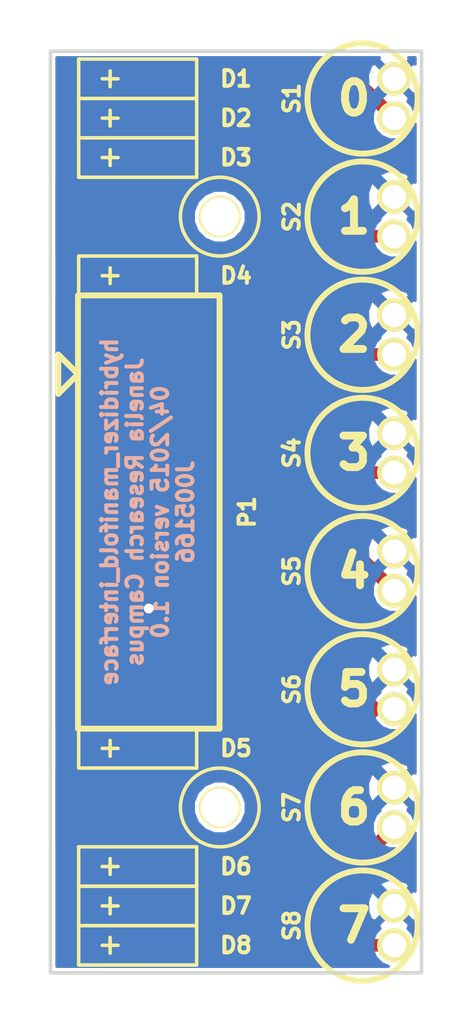
<source format=kicad_pcb>
(kicad_pcb (version 4) (host pcbnew 0.201504221001+5618~22~ubuntu14.04.1-product)

  (general
    (links 39)
    (no_connects 0)
    (area 25.285699 25.285699 49.479201 84.950301)
    (thickness 1.6)
    (drawings 13)
    (tracks 114)
    (zones 0)
    (modules 19)
    (nets 10)
  )

  (page A4)
  (title_block
    (title hybridizer_manifold_interface)
    (rev 1.0)
  )

  (layers
    (0 F.Cu signal)
    (31 B.Cu signal)
    (32 B.Adhes user)
    (33 F.Adhes user)
    (34 B.Paste user)
    (35 F.Paste user)
    (36 B.SilkS user)
    (37 F.SilkS user)
    (38 B.Mask user)
    (39 F.Mask user)
    (40 Dwgs.User user)
    (41 Cmts.User user)
    (42 Eco1.User user)
    (43 Eco2.User user)
    (44 Edge.Cuts user)
    (45 Margin user)
    (46 B.CrtYd user)
    (47 F.CrtYd user)
    (48 B.Fab user)
    (49 F.Fab user)
  )

  (setup
    (last_trace_width 0.254)
    (trace_clearance 0.254)
    (zone_clearance 0.2032)
    (zone_45_only no)
    (trace_min 0.2)
    (segment_width 0.2)
    (edge_width 0.2286)
    (via_size 0.889)
    (via_drill 0.635)
    (via_min_size 0.4)
    (via_min_drill 0.3)
    (uvia_size 0.508)
    (uvia_drill 0.127)
    (uvias_allowed no)
    (uvia_min_size 0)
    (uvia_min_drill 0)
    (pcb_text_width 0.3)
    (pcb_text_size 1.5 1.5)
    (mod_edge_width 0.15)
    (mod_text_size 1 1)
    (mod_text_width 0.15)
    (pad_size 8.382 8.382)
    (pad_drill 7.62)
    (pad_to_mask_clearance 0.2)
    (aux_axis_origin 0 0)
    (grid_origin 37.38245 55.118)
    (visible_elements FFFFF77F)
    (pcbplotparams
      (layerselection 0x000f0_80000001)
      (usegerberextensions false)
      (excludeedgelayer false)
      (linewidth 0.100000)
      (plotframeref false)
      (viasonmask false)
      (mode 1)
      (useauxorigin false)
      (hpglpennumber 1)
      (hpglpenspeed 20)
      (hpglpendiameter 15)
      (hpglpenoverlay 2)
      (psnegative false)
      (psa4output false)
      (plotreference false)
      (plotvalue false)
      (plotinvisibletext false)
      (padsonsilk false)
      (subtractmaskfromsilk false)
      (outputformat 3)
      (mirror false)
      (drillshape 0)
      (scaleselection 1)
      (outputdirectory dxf))
  )

  (net 0 "")
  (net 1 VAA)
  (net 2 /OUT0)
  (net 3 /OUT1)
  (net 4 /OUT2)
  (net 5 /OUT3)
  (net 6 /OUT4)
  (net 7 /OUT5)
  (net 8 /OUT6)
  (net 9 /OUT7)

  (net_class Default "This is the default net class."
    (clearance 0.254)
    (trace_width 0.254)
    (via_dia 0.889)
    (via_drill 0.635)
    (uvia_dia 0.508)
    (uvia_drill 0.127)
  )

  (net_class GND ""
    (clearance 0.254)
    (trace_width 0.508)
    (via_dia 0.889)
    (via_drill 0.635)
    (uvia_dia 0.508)
    (uvia_drill 0.127)
  )

  (net_class POWER ""
    (clearance 0.254)
    (trace_width 0.8128)
    (via_dia 0.889)
    (via_drill 0.635)
    (uvia_dia 0.508)
    (uvia_drill 0.127)
    (add_net /OUT0)
    (add_net /OUT1)
    (add_net /OUT2)
    (add_net /OUT3)
    (add_net /OUT4)
    (add_net /OUT5)
    (add_net /OUT6)
    (add_net /OUT7)
    (add_net VAA)
  )

  (net_class SIGNAL ""
    (clearance 0.254)
    (trace_width 0.4064)
    (via_dia 0.889)
    (via_drill 0.635)
    (uvia_dia 0.508)
    (uvia_drill 0.127)
  )

  (module hybridizer_manifold_interface:HEADER_02x08_SMD (layer F.Cu) (tedit 55412CF9) (tstamp 55428C40)
    (at 31.75 55.118 90)
    (path /54BFE706)
    (fp_text reference P1 (at 0 6.35 90) (layer F.SilkS)
      (effects (font (size 1.016 1.016) (thickness 0.254)))
    )
    (fp_text value HEADER_02X08_SMD (at 0 -6.35 90) (layer F.SilkS) hide
      (effects (font (size 1.016 1.016) (thickness 0.254)))
    )
    (fp_line (start 13.97 -4.572) (end -13.97 -4.572) (layer F.SilkS) (width 0.381))
    (fp_line (start -13.97 -4.572) (end -13.97 4.572) (layer F.SilkS) (width 0.381))
    (fp_line (start -13.97 4.572) (end 13.97 4.572) (layer F.SilkS) (width 0.381))
    (fp_line (start 13.97 -4.572) (end 13.97 4.572) (layer F.SilkS) (width 0.381))
    (fp_line (start 8.89 -4.572) (end 10.16 -5.842) (layer F.SilkS) (width 0.381))
    (fp_line (start 10.16 -5.842) (end 7.62 -5.842) (layer F.SilkS) (width 0.381))
    (fp_line (start 7.62 -5.842) (end 8.89 -4.572) (layer F.SilkS) (width 0.381))
    (pad 1 smd rect (at 8.89 -2.9972 90) (size 1.016 4.4958) (layers F.Cu F.Paste F.Mask)
      (net 1 VAA))
    (pad 2 smd rect (at 8.89 2.9972 90) (size 1.016 4.4958) (layers F.Cu F.Paste F.Mask)
      (net 2 /OUT0))
    (pad 3 smd rect (at 6.35 -2.9972 90) (size 1.016 4.4958) (layers F.Cu F.Paste F.Mask)
      (net 1 VAA))
    (pad 4 smd rect (at 6.35 2.9972 90) (size 1.016 4.4958) (layers F.Cu F.Paste F.Mask)
      (net 3 /OUT1))
    (pad 5 smd rect (at 3.81 -2.9972 90) (size 1.016 4.4958) (layers F.Cu F.Paste F.Mask)
      (net 1 VAA))
    (pad 6 smd rect (at 3.81 2.9972 90) (size 1.016 4.4958) (layers F.Cu F.Paste F.Mask)
      (net 4 /OUT2))
    (pad 7 smd rect (at 1.27 -2.9972 90) (size 1.016 4.4958) (layers F.Cu F.Paste F.Mask)
      (net 1 VAA))
    (pad 8 smd rect (at 1.27 2.9972 90) (size 1.016 4.4958) (layers F.Cu F.Paste F.Mask)
      (net 5 /OUT3))
    (pad 9 smd rect (at -1.27 -2.9972 90) (size 1.016 4.4958) (layers F.Cu F.Paste F.Mask)
      (net 1 VAA))
    (pad 10 smd rect (at -1.27 2.9972 90) (size 1.016 4.4958) (layers F.Cu F.Paste F.Mask)
      (net 6 /OUT4))
    (pad 11 smd rect (at -3.81 -2.9972 90) (size 1.016 4.4958) (layers F.Cu F.Paste F.Mask)
      (net 1 VAA))
    (pad 12 smd rect (at -3.81 2.9972 90) (size 1.016 4.4958) (layers F.Cu F.Paste F.Mask)
      (net 7 /OUT5))
    (pad 13 smd rect (at -6.35 -2.9972 90) (size 1.016 4.4958) (layers F.Cu F.Paste F.Mask)
      (net 1 VAA))
    (pad 14 smd rect (at -6.35 2.9972 90) (size 1.016 4.4958) (layers F.Cu F.Paste F.Mask)
      (net 8 /OUT6))
    (pad 15 smd rect (at -8.89 -2.9972 90) (size 1.016 4.4958) (layers F.Cu F.Paste F.Mask)
      (net 1 VAA))
    (pad 16 smd rect (at -8.89 2.9972 90) (size 1.016 4.4958) (layers F.Cu F.Paste F.Mask)
      (net 9 /OUT7))
  )

  (module hybridizer_manifold_interface:LEE_VALVE_PLUG_IN (layer F.Cu) (tedit 55427D6B) (tstamp 55428C78)
    (at 47.5869 81.788 270)
    (path /5542A621)
    (fp_text reference S8 (at 0 6.604 270) (layer F.SilkS)
      (effects (font (size 1.016 1.016) (thickness 0.254)))
    )
    (fp_text value LEE_VALVE_PLUG_IN (at 0 -1.905 270) (layer F.SilkS) hide
      (effects (font (size 1.016 1.016) (thickness 0.1016)))
    )
    (fp_circle (center 0 2.032) (end 0 -1.524) (layer F.SilkS) (width 0.381))
    (pad 1 thru_hole circle (at -1.27 0 270) (size 2.1844 2.1844) (drill 1.5494) (layers *.Cu *.Mask F.SilkS)
      (net 1 VAA) (solder_mask_margin 0.1016) (clearance 0.1016))
    (pad 2 thru_hole circle (at 1.27 0 270) (size 2.1844 2.1844) (drill 1.5494) (layers *.Cu *.Mask F.SilkS)
      (net 9 /OUT7) (solder_mask_margin 0.1016) (clearance 0.1016))
  )

  (module hybridizer_manifold_interface:LEE_VALVE_PLUG_IN (layer F.Cu) (tedit 55427D6B) (tstamp 55428C71)
    (at 47.5869 74.168 270)
    (path /5542A5C1)
    (fp_text reference S7 (at 0 6.604 270) (layer F.SilkS)
      (effects (font (size 1.016 1.016) (thickness 0.254)))
    )
    (fp_text value LEE_VALVE_PLUG_IN (at 0 -1.905 270) (layer F.SilkS) hide
      (effects (font (size 1.016 1.016) (thickness 0.1016)))
    )
    (fp_circle (center 0 2.032) (end 0 -1.524) (layer F.SilkS) (width 0.381))
    (pad 1 thru_hole circle (at -1.27 0 270) (size 2.1844 2.1844) (drill 1.5494) (layers *.Cu *.Mask F.SilkS)
      (net 1 VAA) (solder_mask_margin 0.1016) (clearance 0.1016))
    (pad 2 thru_hole circle (at 1.27 0 270) (size 2.1844 2.1844) (drill 1.5494) (layers *.Cu *.Mask F.SilkS)
      (net 8 /OUT6) (solder_mask_margin 0.1016) (clearance 0.1016))
  )

  (module hybridizer_manifold_interface:LEE_VALVE_PLUG_IN (layer F.Cu) (tedit 55427D6B) (tstamp 55428C6A)
    (at 47.5869 66.548 270)
    (path /5542A546)
    (fp_text reference S6 (at 0 6.604 270) (layer F.SilkS)
      (effects (font (size 1.016 1.016) (thickness 0.254)))
    )
    (fp_text value LEE_VALVE_PLUG_IN (at 0 -1.905 270) (layer F.SilkS) hide
      (effects (font (size 1.016 1.016) (thickness 0.1016)))
    )
    (fp_circle (center 0 2.032) (end 0 -1.524) (layer F.SilkS) (width 0.381))
    (pad 1 thru_hole circle (at -1.27 0 270) (size 2.1844 2.1844) (drill 1.5494) (layers *.Cu *.Mask F.SilkS)
      (net 1 VAA) (solder_mask_margin 0.1016) (clearance 0.1016))
    (pad 2 thru_hole circle (at 1.27 0 270) (size 2.1844 2.1844) (drill 1.5494) (layers *.Cu *.Mask F.SilkS)
      (net 7 /OUT5) (solder_mask_margin 0.1016) (clearance 0.1016))
  )

  (module hybridizer_manifold_interface:LEE_VALVE_PLUG_IN (layer F.Cu) (tedit 55427D6B) (tstamp 55428C63)
    (at 47.5869 58.928 270)
    (path /5542A4D4)
    (fp_text reference S5 (at 0 6.604 270) (layer F.SilkS)
      (effects (font (size 1.016 1.016) (thickness 0.254)))
    )
    (fp_text value LEE_VALVE_PLUG_IN (at 0 -1.905 270) (layer F.SilkS) hide
      (effects (font (size 1.016 1.016) (thickness 0.1016)))
    )
    (fp_circle (center 0 2.032) (end 0 -1.524) (layer F.SilkS) (width 0.381))
    (pad 1 thru_hole circle (at -1.27 0 270) (size 2.1844 2.1844) (drill 1.5494) (layers *.Cu *.Mask F.SilkS)
      (net 1 VAA) (solder_mask_margin 0.1016) (clearance 0.1016))
    (pad 2 thru_hole circle (at 1.27 0 270) (size 2.1844 2.1844) (drill 1.5494) (layers *.Cu *.Mask F.SilkS)
      (net 6 /OUT4) (solder_mask_margin 0.1016) (clearance 0.1016))
  )

  (module hybridizer_manifold_interface:LEE_VALVE_PLUG_IN (layer F.Cu) (tedit 55427D6B) (tstamp 55428C5C)
    (at 47.5869 51.308 270)
    (path /5542A461)
    (fp_text reference S4 (at 0 6.604 270) (layer F.SilkS)
      (effects (font (size 1.016 1.016) (thickness 0.254)))
    )
    (fp_text value LEE_VALVE_PLUG_IN (at 0 -1.905 270) (layer F.SilkS) hide
      (effects (font (size 1.016 1.016) (thickness 0.1016)))
    )
    (fp_circle (center 0 2.032) (end 0 -1.524) (layer F.SilkS) (width 0.381))
    (pad 1 thru_hole circle (at -1.27 0 270) (size 2.1844 2.1844) (drill 1.5494) (layers *.Cu *.Mask F.SilkS)
      (net 1 VAA) (solder_mask_margin 0.1016) (clearance 0.1016))
    (pad 2 thru_hole circle (at 1.27 0 270) (size 2.1844 2.1844) (drill 1.5494) (layers *.Cu *.Mask F.SilkS)
      (net 5 /OUT3) (solder_mask_margin 0.1016) (clearance 0.1016))
  )

  (module hybridizer_manifold_interface:LEE_VALVE_PLUG_IN (layer F.Cu) (tedit 55427D6B) (tstamp 55428C55)
    (at 47.5869 43.688 270)
    (path /5542A3F9)
    (fp_text reference S3 (at 0 6.604 270) (layer F.SilkS)
      (effects (font (size 1.016 1.016) (thickness 0.254)))
    )
    (fp_text value LEE_VALVE_PLUG_IN (at 0 -1.905 270) (layer F.SilkS) hide
      (effects (font (size 1.016 1.016) (thickness 0.1016)))
    )
    (fp_circle (center 0 2.032) (end 0 -1.524) (layer F.SilkS) (width 0.381))
    (pad 1 thru_hole circle (at -1.27 0 270) (size 2.1844 2.1844) (drill 1.5494) (layers *.Cu *.Mask F.SilkS)
      (net 1 VAA) (solder_mask_margin 0.1016) (clearance 0.1016))
    (pad 2 thru_hole circle (at 1.27 0 270) (size 2.1844 2.1844) (drill 1.5494) (layers *.Cu *.Mask F.SilkS)
      (net 4 /OUT2) (solder_mask_margin 0.1016) (clearance 0.1016))
  )

  (module hybridizer_manifold_interface:LEE_VALVE_PLUG_IN (layer F.Cu) (tedit 55427D6B) (tstamp 55428C4E)
    (at 47.5869 36.068 270)
    (path /5542A342)
    (fp_text reference S2 (at 0 6.604 270) (layer F.SilkS)
      (effects (font (size 1.016 1.016) (thickness 0.254)))
    )
    (fp_text value LEE_VALVE_PLUG_IN (at 0 -1.905 270) (layer F.SilkS) hide
      (effects (font (size 1.016 1.016) (thickness 0.1016)))
    )
    (fp_circle (center 0 2.032) (end 0 -1.524) (layer F.SilkS) (width 0.381))
    (pad 1 thru_hole circle (at -1.27 0 270) (size 2.1844 2.1844) (drill 1.5494) (layers *.Cu *.Mask F.SilkS)
      (net 1 VAA) (solder_mask_margin 0.1016) (clearance 0.1016))
    (pad 2 thru_hole circle (at 1.27 0 270) (size 2.1844 2.1844) (drill 1.5494) (layers *.Cu *.Mask F.SilkS)
      (net 3 /OUT1) (solder_mask_margin 0.1016) (clearance 0.1016))
  )

  (module hybridizer_manifold_interface:LEE_VALVE_PLUG_IN (layer F.Cu) (tedit 55427D6B) (tstamp 55428C47)
    (at 47.5869 28.448 270)
    (path /5542A27A)
    (fp_text reference S1 (at 0 6.604 270) (layer F.SilkS)
      (effects (font (size 1.016 1.016) (thickness 0.254)))
    )
    (fp_text value LEE_VALVE_PLUG_IN (at 0 -1.905 270) (layer F.SilkS) hide
      (effects (font (size 1.016 1.016) (thickness 0.1016)))
    )
    (fp_circle (center 0 2.032) (end 0 -1.524) (layer F.SilkS) (width 0.381))
    (pad 1 thru_hole circle (at -1.27 0 270) (size 2.1844 2.1844) (drill 1.5494) (layers *.Cu *.Mask F.SilkS)
      (net 1 VAA) (solder_mask_margin 0.1016) (clearance 0.1016))
    (pad 2 thru_hole circle (at 1.27 0 270) (size 2.1844 2.1844) (drill 1.5494) (layers *.Cu *.Mask F.SilkS)
      (net 2 /OUT0) (solder_mask_margin 0.1016) (clearance 0.1016))
  )

  (module hybridizer_manifold_interface:LED_555-3XXX_SMD (layer F.Cu) (tedit 55412C5A) (tstamp 55429B41)
    (at 31.0325 27.178 90)
    (path /5542B18A)
    (fp_text reference D1 (at 0 6.35 180) (layer F.SilkS)
      (effects (font (size 1.016 1.016) (thickness 0.254)))
    )
    (fp_text value LED_24V_SMD (at 0 5.842 90) (layer F.SilkS) hide
      (effects (font (size 1.016 1.016) (thickness 0.254)))
    )
    (fp_line (start -0.508 -1.778) (end 0.508 -1.778) (layer F.SilkS) (width 0.2286))
    (fp_line (start 0 -1.27) (end 0 -2.286) (layer F.SilkS) (width 0.2286))
    (fp_line (start -1.27 -3.81) (end 1.27 -3.81) (layer F.SilkS) (width 0.2286))
    (fp_line (start 1.27 -3.81) (end 1.27 3.81) (layer F.SilkS) (width 0.2286))
    (fp_line (start 1.27 3.81) (end -1.27 3.81) (layer F.SilkS) (width 0.2286))
    (fp_line (start -1.27 3.81) (end -1.27 -3.81) (layer F.SilkS) (width 0.2286))
    (pad 1 smd rect (at 0 -3.81 90) (size 1.524 2.54) (layers F.Cu F.Paste F.Mask)
      (net 1 VAA))
    (pad 2 smd rect (at 0 3.81 90) (size 1.524 2.54) (layers F.Cu F.Paste F.Mask)
      (net 2 /OUT0))
  )

  (module hybridizer_manifold_interface:LED_555-3XXX_SMD (layer F.Cu) (tedit 55412C5A) (tstamp 55429B4D)
    (at 31.0325 29.718 90)
    (path /5542B1F0)
    (fp_text reference D2 (at 0 6.35 180) (layer F.SilkS)
      (effects (font (size 1.016 1.016) (thickness 0.254)))
    )
    (fp_text value LED_24V_SMD (at 0 5.842 90) (layer F.SilkS) hide
      (effects (font (size 1.016 1.016) (thickness 0.254)))
    )
    (fp_line (start -0.508 -1.778) (end 0.508 -1.778) (layer F.SilkS) (width 0.2286))
    (fp_line (start 0 -1.27) (end 0 -2.286) (layer F.SilkS) (width 0.2286))
    (fp_line (start -1.27 -3.81) (end 1.27 -3.81) (layer F.SilkS) (width 0.2286))
    (fp_line (start 1.27 -3.81) (end 1.27 3.81) (layer F.SilkS) (width 0.2286))
    (fp_line (start 1.27 3.81) (end -1.27 3.81) (layer F.SilkS) (width 0.2286))
    (fp_line (start -1.27 3.81) (end -1.27 -3.81) (layer F.SilkS) (width 0.2286))
    (pad 1 smd rect (at 0 -3.81 90) (size 1.524 2.54) (layers F.Cu F.Paste F.Mask)
      (net 1 VAA))
    (pad 2 smd rect (at 0 3.81 90) (size 1.524 2.54) (layers F.Cu F.Paste F.Mask)
      (net 3 /OUT1))
  )

  (module hybridizer_manifold_interface:LED_555-3XXX_SMD (layer F.Cu) (tedit 55412C5A) (tstamp 55429B59)
    (at 31.0325 32.258 90)
    (path /5542B233)
    (fp_text reference D3 (at 0 6.35 180) (layer F.SilkS)
      (effects (font (size 1.016 1.016) (thickness 0.254)))
    )
    (fp_text value LED_24V_SMD (at 0 5.842 90) (layer F.SilkS) hide
      (effects (font (size 1.016 1.016) (thickness 0.254)))
    )
    (fp_line (start -0.508 -1.778) (end 0.508 -1.778) (layer F.SilkS) (width 0.2286))
    (fp_line (start 0 -1.27) (end 0 -2.286) (layer F.SilkS) (width 0.2286))
    (fp_line (start -1.27 -3.81) (end 1.27 -3.81) (layer F.SilkS) (width 0.2286))
    (fp_line (start 1.27 -3.81) (end 1.27 3.81) (layer F.SilkS) (width 0.2286))
    (fp_line (start 1.27 3.81) (end -1.27 3.81) (layer F.SilkS) (width 0.2286))
    (fp_line (start -1.27 3.81) (end -1.27 -3.81) (layer F.SilkS) (width 0.2286))
    (pad 1 smd rect (at 0 -3.81 90) (size 1.524 2.54) (layers F.Cu F.Paste F.Mask)
      (net 1 VAA))
    (pad 2 smd rect (at 0 3.81 90) (size 1.524 2.54) (layers F.Cu F.Paste F.Mask)
      (net 4 /OUT2))
  )

  (module hybridizer_manifold_interface:LED_555-3XXX_SMD (layer F.Cu) (tedit 55412C5A) (tstamp 55429B65)
    (at 31.0325 39.878 90)
    (path /5542B299)
    (fp_text reference D4 (at 0 6.35 180) (layer F.SilkS)
      (effects (font (size 1.016 1.016) (thickness 0.254)))
    )
    (fp_text value LED_24V_SMD (at 0 5.842 90) (layer F.SilkS) hide
      (effects (font (size 1.016 1.016) (thickness 0.254)))
    )
    (fp_line (start -0.508 -1.778) (end 0.508 -1.778) (layer F.SilkS) (width 0.2286))
    (fp_line (start 0 -1.27) (end 0 -2.286) (layer F.SilkS) (width 0.2286))
    (fp_line (start -1.27 -3.81) (end 1.27 -3.81) (layer F.SilkS) (width 0.2286))
    (fp_line (start 1.27 -3.81) (end 1.27 3.81) (layer F.SilkS) (width 0.2286))
    (fp_line (start 1.27 3.81) (end -1.27 3.81) (layer F.SilkS) (width 0.2286))
    (fp_line (start -1.27 3.81) (end -1.27 -3.81) (layer F.SilkS) (width 0.2286))
    (pad 1 smd rect (at 0 -3.81 90) (size 1.524 2.54) (layers F.Cu F.Paste F.Mask)
      (net 1 VAA))
    (pad 2 smd rect (at 0 3.81 90) (size 1.524 2.54) (layers F.Cu F.Paste F.Mask)
      (net 5 /OUT3))
  )

  (module hybridizer_manifold_interface:LED_555-3XXX_SMD (layer F.Cu) (tedit 55412C5A) (tstamp 55429B71)
    (at 31.0325 70.358 90)
    (path /5542B2D8)
    (fp_text reference D5 (at 0 6.35 180) (layer F.SilkS)
      (effects (font (size 1.016 1.016) (thickness 0.254)))
    )
    (fp_text value LED_24V_SMD (at 0 5.842 90) (layer F.SilkS) hide
      (effects (font (size 1.016 1.016) (thickness 0.254)))
    )
    (fp_line (start -0.508 -1.778) (end 0.508 -1.778) (layer F.SilkS) (width 0.2286))
    (fp_line (start 0 -1.27) (end 0 -2.286) (layer F.SilkS) (width 0.2286))
    (fp_line (start -1.27 -3.81) (end 1.27 -3.81) (layer F.SilkS) (width 0.2286))
    (fp_line (start 1.27 -3.81) (end 1.27 3.81) (layer F.SilkS) (width 0.2286))
    (fp_line (start 1.27 3.81) (end -1.27 3.81) (layer F.SilkS) (width 0.2286))
    (fp_line (start -1.27 3.81) (end -1.27 -3.81) (layer F.SilkS) (width 0.2286))
    (pad 1 smd rect (at 0 -3.81 90) (size 1.524 2.54) (layers F.Cu F.Paste F.Mask)
      (net 1 VAA))
    (pad 2 smd rect (at 0 3.81 90) (size 1.524 2.54) (layers F.Cu F.Paste F.Mask)
      (net 6 /OUT4))
  )

  (module hybridizer_manifold_interface:LED_555-3XXX_SMD (layer F.Cu) (tedit 55412C5A) (tstamp 55429B7D)
    (at 31.0325 77.978 90)
    (path /5542B334)
    (fp_text reference D6 (at 0 6.35 180) (layer F.SilkS)
      (effects (font (size 1.016 1.016) (thickness 0.254)))
    )
    (fp_text value LED_24V_SMD (at 0 5.842 90) (layer F.SilkS) hide
      (effects (font (size 1.016 1.016) (thickness 0.254)))
    )
    (fp_line (start -0.508 -1.778) (end 0.508 -1.778) (layer F.SilkS) (width 0.2286))
    (fp_line (start 0 -1.27) (end 0 -2.286) (layer F.SilkS) (width 0.2286))
    (fp_line (start -1.27 -3.81) (end 1.27 -3.81) (layer F.SilkS) (width 0.2286))
    (fp_line (start 1.27 -3.81) (end 1.27 3.81) (layer F.SilkS) (width 0.2286))
    (fp_line (start 1.27 3.81) (end -1.27 3.81) (layer F.SilkS) (width 0.2286))
    (fp_line (start -1.27 3.81) (end -1.27 -3.81) (layer F.SilkS) (width 0.2286))
    (pad 1 smd rect (at 0 -3.81 90) (size 1.524 2.54) (layers F.Cu F.Paste F.Mask)
      (net 1 VAA))
    (pad 2 smd rect (at 0 3.81 90) (size 1.524 2.54) (layers F.Cu F.Paste F.Mask)
      (net 7 /OUT5))
  )

  (module hybridizer_manifold_interface:LED_555-3XXX_SMD (layer F.Cu) (tedit 55412C5A) (tstamp 55429B89)
    (at 31.0325 80.518 90)
    (path /5542B3C0)
    (fp_text reference D7 (at 0 6.35 180) (layer F.SilkS)
      (effects (font (size 1.016 1.016) (thickness 0.254)))
    )
    (fp_text value LED_24V_SMD (at 0 5.842 90) (layer F.SilkS) hide
      (effects (font (size 1.016 1.016) (thickness 0.254)))
    )
    (fp_line (start -0.508 -1.778) (end 0.508 -1.778) (layer F.SilkS) (width 0.2286))
    (fp_line (start 0 -1.27) (end 0 -2.286) (layer F.SilkS) (width 0.2286))
    (fp_line (start -1.27 -3.81) (end 1.27 -3.81) (layer F.SilkS) (width 0.2286))
    (fp_line (start 1.27 -3.81) (end 1.27 3.81) (layer F.SilkS) (width 0.2286))
    (fp_line (start 1.27 3.81) (end -1.27 3.81) (layer F.SilkS) (width 0.2286))
    (fp_line (start -1.27 3.81) (end -1.27 -3.81) (layer F.SilkS) (width 0.2286))
    (pad 1 smd rect (at 0 -3.81 90) (size 1.524 2.54) (layers F.Cu F.Paste F.Mask)
      (net 1 VAA))
    (pad 2 smd rect (at 0 3.81 90) (size 1.524 2.54) (layers F.Cu F.Paste F.Mask)
      (net 8 /OUT6))
  )

  (module hybridizer_manifold_interface:LED_555-3XXX_SMD (layer F.Cu) (tedit 55412C5A) (tstamp 55429B95)
    (at 31.0325 83.058 90)
    (path /5542B41E)
    (fp_text reference D8 (at 0 6.35 180) (layer F.SilkS)
      (effects (font (size 1.016 1.016) (thickness 0.254)))
    )
    (fp_text value LED_24V_SMD (at 0 5.842 90) (layer F.SilkS) hide
      (effects (font (size 1.016 1.016) (thickness 0.254)))
    )
    (fp_line (start -0.508 -1.778) (end 0.508 -1.778) (layer F.SilkS) (width 0.2286))
    (fp_line (start 0 -1.27) (end 0 -2.286) (layer F.SilkS) (width 0.2286))
    (fp_line (start -1.27 -3.81) (end 1.27 -3.81) (layer F.SilkS) (width 0.2286))
    (fp_line (start 1.27 -3.81) (end 1.27 3.81) (layer F.SilkS) (width 0.2286))
    (fp_line (start 1.27 3.81) (end -1.27 3.81) (layer F.SilkS) (width 0.2286))
    (fp_line (start -1.27 3.81) (end -1.27 -3.81) (layer F.SilkS) (width 0.2286))
    (pad 1 smd rect (at 0 -3.81 90) (size 1.524 2.54) (layers F.Cu F.Paste F.Mask)
      (net 1 VAA))
    (pad 2 smd rect (at 0 3.81 90) (size 1.524 2.54) (layers F.Cu F.Paste F.Mask)
      (net 9 /OUT7))
  )

  (module hybridizer_manifold_interface:mounting_hole (layer F.Cu) (tedit 55429773) (tstamp 55429821)
    (at 36.3347 74.168)
    (fp_text reference MOUNTING_HOLE_1 (at 0 2.54) (layer F.SilkS) hide
      (effects (font (size 1.016 1.016) (thickness 0.254)))
    )
    (fp_text value mounting_hole (at 0 -2.54) (layer F.SilkS) hide
      (effects (font (size 1.016 1.016) (thickness 0.254)))
    )
    (fp_circle (center 0 0) (end 2.54 0) (layer F.SilkS) (width 0.2286))
    (pad "" thru_hole circle (at 0 0) (size 2.6924 2.6924) (drill 2.4384) (layers *.Cu *.Mask F.SilkS))
  )

  (module hybridizer_manifold_interface:mounting_hole (layer F.Cu) (tedit 55429773) (tstamp 55429818)
    (at 36.3347 36.068)
    (fp_text reference MOUNTING_HOLE_0 (at 0 2.54) (layer F.SilkS) hide
      (effects (font (size 1.016 1.016) (thickness 0.254)))
    )
    (fp_text value mounting_hole (at 0 -2.54) (layer F.SilkS) hide
      (effects (font (size 1.016 1.016) (thickness 0.254)))
    )
    (fp_circle (center 0 0) (end 2.54 0) (layer F.SilkS) (width 0.2286))
    (pad "" thru_hole circle (at 0 0) (size 2.6924 2.6924) (drill 2.4384) (layers *.Cu *.Mask F.SilkS))
  )

  (gr_line (start 25.4 84.836) (end 49.3649 84.836) (angle 90) (layer Edge.Cuts) (width 0.2286))
  (gr_line (start 49.3649 25.4) (end 49.3649 84.836) (angle 90) (layer Edge.Cuts) (width 0.2286))
  (gr_line (start 25.4 25.4) (end 25.4 84.836) (angle 90) (layer Edge.Cuts) (width 0.2286))
  (gr_line (start 25.4 25.4) (end 49.3649 25.4) (angle 90) (layer Edge.Cuts) (width 0.2286))
  (gr_text "hybridizer_manifold_interface\nJanelia Research Campus\n04/2015 version 1.0\nJ005166" (at 31.66745 55.118 90) (layer B.SilkS)
    (effects (font (size 1.016 1.016) (thickness 0.254)) (justify mirror))
  )
  (gr_text 7 (at 45.00245 81.788) (layer F.SilkS)
    (effects (font (size 2.032 2.032) (thickness 0.508)))
  )
  (gr_text 0 (at 45.00245 28.448) (layer F.SilkS)
    (effects (font (size 2.032 2.032) (thickness 0.508)))
  )
  (gr_text 6 (at 45.00245 74.168) (layer F.SilkS)
    (effects (font (size 2.032 2.032) (thickness 0.508)))
  )
  (gr_text 5 (at 45.00245 66.548) (layer F.SilkS)
    (effects (font (size 2.032 2.032) (thickness 0.508)))
  )
  (gr_text 4 (at 45.00245 58.928) (layer F.SilkS)
    (effects (font (size 2.032 2.032) (thickness 0.508)))
  )
  (gr_text 3 (at 45.00245 51.308) (layer F.SilkS)
    (effects (font (size 2.032 2.032) (thickness 0.508)))
  )
  (gr_text 2 (at 45.00245 43.688) (layer F.SilkS)
    (effects (font (size 2.032 2.032) (thickness 0.508)))
  )
  (gr_text 1 (at 45.00245 36.068) (layer F.SilkS)
    (effects (font (size 2.032 2.032) (thickness 0.508)))
  )

  (via (at 31.75 61.3408) (size 0.889) (layers F.Cu B.Cu) (net 1))
  (segment (start 27.2225 83.058) (end 27.2225 80.518) (width 0.8128) (layer F.Cu) (net 1))
  (segment (start 27.2225 80.518) (end 27.2225 77.978) (width 0.8128) (layer F.Cu) (net 1))
  (segment (start 27.2225 77.978) (end 27.2225 70.358) (width 0.8128) (layer F.Cu) (net 1))
  (segment (start 27.2225 70.358) (end 27.2225 68.9353) (width 0.8128) (layer F.Cu) (net 1))
  (segment (start 27.2225 32.258) (end 27.2225 29.718) (width 0.8128) (layer F.Cu) (net 1))
  (segment (start 27.2225 29.718) (end 27.2225 27.178) (width 0.8128) (layer F.Cu) (net 1))
  (segment (start 45.834 74.6509) (end 47.5869 72.898) (width 0.8128) (layer B.Cu) (net 1))
  (segment (start 45.834 78.7651) (end 45.834 74.6509) (width 0.8128) (layer B.Cu) (net 1))
  (segment (start 47.5869 80.518) (end 45.834 78.7651) (width 0.8128) (layer B.Cu) (net 1))
  (segment (start 28.7528 67.405) (end 28.7528 64.008) (width 0.8128) (layer F.Cu) (net 1))
  (segment (start 27.2225 68.9353) (end 28.7528 67.405) (width 0.8128) (layer F.Cu) (net 1))
  (segment (start 28.7528 61.468) (end 28.7528 58.928) (width 0.8128) (layer F.Cu) (net 1))
  (segment (start 28.7528 58.928) (end 28.7528 56.388) (width 0.8128) (layer F.Cu) (net 1))
  (segment (start 28.7528 56.388) (end 28.7528 53.848) (width 0.8128) (layer F.Cu) (net 1))
  (segment (start 28.7528 53.848) (end 28.7528 51.308) (width 0.8128) (layer F.Cu) (net 1))
  (segment (start 28.7528 51.308) (end 28.7528 48.768) (width 0.8128) (layer F.Cu) (net 1))
  (segment (start 28.7528 48.768) (end 28.7528 46.228) (width 0.8128) (layer F.Cu) (net 1))
  (segment (start 27.2225 44.6977) (end 27.2225 39.878) (width 0.8128) (layer F.Cu) (net 1))
  (segment (start 28.7528 46.228) (end 27.2225 44.6977) (width 0.8128) (layer F.Cu) (net 1))
  (segment (start 27.2225 39.878) (end 27.2225 32.258) (width 0.8128) (layer F.Cu) (net 1))
  (segment (start 45.8339 71.145) (end 47.5869 72.898) (width 0.8128) (layer B.Cu) (net 1))
  (segment (start 45.8339 67.031) (end 45.8339 71.145) (width 0.8128) (layer B.Cu) (net 1))
  (segment (start 47.5869 65.278) (end 45.8339 67.031) (width 0.8128) (layer B.Cu) (net 1))
  (segment (start 28.7528 64.008) (end 28.7528 61.468) (width 0.8128) (layer F.Cu) (net 1))
  (segment (start 31.75 61.3408) (end 45.8339 61.3408) (width 0.8128) (layer B.Cu) (net 1))
  (segment (start 45.8339 63.525) (end 45.8339 61.3408) (width 0.8128) (layer B.Cu) (net 1))
  (segment (start 47.5869 65.278) (end 45.8339 63.525) (width 0.8128) (layer B.Cu) (net 1))
  (segment (start 31.6614 61.4294) (end 31.75 61.3408) (width 0.8128) (layer F.Cu) (net 1))
  (segment (start 31.6614 61.468) (end 31.6614 61.4294) (width 0.8128) (layer F.Cu) (net 1))
  (segment (start 28.7528 61.468) (end 31.6614 61.468) (width 0.8128) (layer F.Cu) (net 1))
  (segment (start 45.8339 59.411) (end 47.5869 57.658) (width 0.8128) (layer B.Cu) (net 1))
  (segment (start 45.8339 61.3408) (end 45.8339 59.411) (width 0.8128) (layer B.Cu) (net 1))
  (segment (start 45.8339 51.791) (end 47.5869 50.038) (width 0.8128) (layer B.Cu) (net 1))
  (segment (start 45.8339 55.905) (end 45.8339 51.791) (width 0.8128) (layer B.Cu) (net 1))
  (segment (start 47.5869 57.658) (end 45.8339 55.905) (width 0.8128) (layer B.Cu) (net 1))
  (segment (start 45.8339 44.171) (end 47.5869 42.418) (width 0.8128) (layer B.Cu) (net 1))
  (segment (start 45.8339 48.285) (end 45.8339 44.171) (width 0.8128) (layer B.Cu) (net 1))
  (segment (start 47.5869 50.038) (end 45.8339 48.285) (width 0.8128) (layer B.Cu) (net 1))
  (segment (start 45.8339 33.045) (end 47.5869 34.798) (width 0.8128) (layer B.Cu) (net 1))
  (segment (start 45.8339 28.931) (end 45.8339 33.045) (width 0.8128) (layer B.Cu) (net 1))
  (segment (start 47.5869 27.178) (end 45.8339 28.931) (width 0.8128) (layer B.Cu) (net 1))
  (segment (start 45.8339 36.551) (end 47.5869 34.798) (width 0.8128) (layer B.Cu) (net 1))
  (segment (start 45.8339 40.665) (end 45.8339 36.551) (width 0.8128) (layer B.Cu) (net 1))
  (segment (start 47.5869 42.418) (end 45.8339 40.665) (width 0.8128) (layer B.Cu) (net 1))
  (segment (start 45.0469 27.178) (end 34.8425 27.178) (width 0.8128) (layer F.Cu) (net 2))
  (segment (start 47.5869 29.718) (end 45.0469 27.178) (width 0.8128) (layer F.Cu) (net 2))
  (segment (start 36.7733 44.2019) (end 34.7472 46.228) (width 0.8128) (layer F.Cu) (net 2))
  (segment (start 36.7733 38.7904) (end 36.7733 44.2019) (width 0.8128) (layer F.Cu) (net 2))
  (segment (start 36.0579 38.075) (end 36.7733 38.7904) (width 0.8128) (layer F.Cu) (net 2))
  (segment (start 35.5014 38.075) (end 36.0579 38.075) (width 0.8128) (layer F.Cu) (net 2))
  (segment (start 31.8059 34.3795) (end 35.5014 38.075) (width 0.8128) (layer F.Cu) (net 2))
  (segment (start 31.8059 28.2839) (end 31.8059 34.3795) (width 0.8128) (layer F.Cu) (net 2))
  (segment (start 32.9118 27.178) (end 31.8059 28.2839) (width 0.8128) (layer F.Cu) (net 2))
  (segment (start 34.8425 27.178) (end 32.9118 27.178) (width 0.8128) (layer F.Cu) (net 2))
  (segment (start 34.9151 29.718) (end 36.7732 29.718) (width 0.8128) (layer F.Cu) (net 3))
  (segment (start 44.3932 37.338) (end 36.7732 29.718) (width 0.8128) (layer F.Cu) (net 3))
  (segment (start 47.5869 37.338) (end 44.3932 37.338) (width 0.8128) (layer F.Cu) (net 3))
  (segment (start 34.9151 29.718) (end 34.8425 29.718) (width 0.8128) (layer F.Cu) (net 3))
  (segment (start 38.3651 48.0587) (end 37.6558 48.768) (width 0.8128) (layer F.Cu) (net 3))
  (segment (start 38.3651 35.24) (end 38.3651 48.0587) (width 0.8128) (layer F.Cu) (net 3))
  (segment (start 36.8999 33.7748) (end 38.3651 35.24) (width 0.8128) (layer F.Cu) (net 3))
  (segment (start 33.324 33.7748) (end 36.8999 33.7748) (width 0.8128) (layer F.Cu) (net 3))
  (segment (start 32.9118 33.3626) (end 33.324 33.7748) (width 0.8128) (layer F.Cu) (net 3))
  (segment (start 32.9118 29.718) (end 32.9118 33.3626) (width 0.8128) (layer F.Cu) (net 3))
  (segment (start 34.8425 29.718) (end 32.9118 29.718) (width 0.8128) (layer F.Cu) (net 3))
  (segment (start 34.7472 48.768) (end 37.6558 48.768) (width 0.8128) (layer F.Cu) (net 3))
  (segment (start 34.7472 51.308) (end 37.6558 51.308) (width 0.8128) (layer F.Cu) (net 4))
  (segment (start 34.8425 32.258) (end 36.7732 32.258) (width 0.8128) (layer F.Cu) (net 4))
  (segment (start 47.5869 44.958) (end 44.0058 44.958) (width 0.8128) (layer F.Cu) (net 4))
  (segment (start 44.0058 44.958) (end 37.6558 51.308) (width 0.8128) (layer F.Cu) (net 4))
  (segment (start 37.0078 32.258) (end 36.7732 32.258) (width 0.8128) (layer F.Cu) (net 4))
  (segment (start 44.0058 39.256) (end 37.0078 32.258) (width 0.8128) (layer F.Cu) (net 4))
  (segment (start 44.0058 44.958) (end 44.0058 39.256) (width 0.8128) (layer F.Cu) (net 4))
  (segment (start 31.8386 44.3046) (end 31.8386 53.848) (width 0.8128) (layer F.Cu) (net 5))
  (segment (start 34.8425 41.3007) (end 31.8386 44.3046) (width 0.8128) (layer F.Cu) (net 5))
  (segment (start 34.8425 39.878) (end 34.8425 41.3007) (width 0.8128) (layer F.Cu) (net 5))
  (segment (start 34.7472 53.848) (end 31.8386 53.848) (width 0.8128) (layer F.Cu) (net 5))
  (segment (start 38.9258 52.578) (end 37.6558 53.848) (width 0.8128) (layer F.Cu) (net 5))
  (segment (start 47.5869 52.578) (end 38.9258 52.578) (width 0.8128) (layer F.Cu) (net 5))
  (segment (start 34.7472 53.848) (end 37.6558 53.848) (width 0.8128) (layer F.Cu) (net 5))
  (segment (start 43.7769 56.388) (end 34.7472 56.388) (width 0.8128) (layer F.Cu) (net 6))
  (segment (start 47.5869 60.198) (end 43.7769 56.388) (width 0.8128) (layer F.Cu) (net 6))
  (segment (start 31.8386 59.7342) (end 31.8386 56.388) (width 0.8128) (layer F.Cu) (net 6))
  (segment (start 32.3188 60.2144) (end 31.8386 59.7342) (width 0.8128) (layer F.Cu) (net 6))
  (segment (start 37.1838 60.2144) (end 32.3188 60.2144) (width 0.8128) (layer F.Cu) (net 6))
  (segment (start 38.7504 61.781) (end 37.1838 60.2144) (width 0.8128) (layer F.Cu) (net 6))
  (segment (start 38.7504 65.2942) (end 38.7504 61.781) (width 0.8128) (layer F.Cu) (net 6))
  (segment (start 35.1093 68.9353) (end 38.7504 65.2942) (width 0.8128) (layer F.Cu) (net 6))
  (segment (start 34.8425 68.9353) (end 35.1093 68.9353) (width 0.8128) (layer F.Cu) (net 6))
  (segment (start 34.8425 70.358) (end 34.8425 68.9353) (width 0.8128) (layer F.Cu) (net 6))
  (segment (start 34.7472 56.388) (end 31.8386 56.388) (width 0.8128) (layer F.Cu) (net 6))
  (segment (start 34.7472 58.928) (end 37.6558 58.928) (width 0.8128) (layer F.Cu) (net 7))
  (segment (start 34.8425 77.978) (end 36.7732 77.978) (width 0.8128) (layer F.Cu) (net 7))
  (segment (start 36.7732 77.4303) (end 46.3855 67.818) (width 0.8128) (layer F.Cu) (net 7))
  (segment (start 36.7732 77.978) (end 36.7732 77.4303) (width 0.8128) (layer F.Cu) (net 7))
  (segment (start 47.5869 67.818) (end 46.3855 67.818) (width 0.8128) (layer F.Cu) (net 7))
  (segment (start 37.6558 59.0883) (end 37.6558 58.928) (width 0.8128) (layer F.Cu) (net 7))
  (segment (start 46.3855 67.818) (end 37.6558 59.0883) (width 0.8128) (layer F.Cu) (net 7))
  (segment (start 42.5069 80.518) (end 34.8425 80.518) (width 0.8128) (layer F.Cu) (net 8))
  (segment (start 47.5869 75.438) (end 42.5069 80.518) (width 0.8128) (layer F.Cu) (net 8))
  (segment (start 35.9004 61.468) (end 34.7472 61.468) (width 0.8128) (layer F.Cu) (net 8))
  (segment (start 37.6559 63.2235) (end 35.9004 61.468) (width 0.8128) (layer F.Cu) (net 8))
  (segment (start 37.6559 64.7956) (end 37.6559 63.2235) (width 0.8128) (layer F.Cu) (net 8))
  (segment (start 37.046 65.4055) (end 37.6559 64.7956) (width 0.8128) (layer F.Cu) (net 8))
  (segment (start 36.7945 65.4055) (end 37.046 65.4055) (width 0.8128) (layer F.Cu) (net 8))
  (segment (start 32.9118 69.2882) (end 36.7945 65.4055) (width 0.8128) (layer F.Cu) (net 8))
  (segment (start 32.9118 80.518) (end 32.9118 69.2882) (width 0.8128) (layer F.Cu) (net 8))
  (segment (start 34.8425 80.518) (end 32.9118 80.518) (width 0.8128) (layer F.Cu) (net 8))
  (segment (start 47.5869 83.058) (end 34.8425 83.058) (width 0.8128) (layer F.Cu) (net 9))
  (segment (start 31.8386 81.9848) (end 31.8386 64.008) (width 0.8128) (layer F.Cu) (net 9))
  (segment (start 32.9118 83.058) (end 31.8386 81.9848) (width 0.8128) (layer F.Cu) (net 9))
  (segment (start 34.8425 83.058) (end 32.9118 83.058) (width 0.8128) (layer F.Cu) (net 9))
  (segment (start 34.7472 64.008) (end 31.8386 64.008) (width 0.8128) (layer F.Cu) (net 9))

  (zone (net 1) (net_name VAA) (layer B.Cu) (tstamp 55429CB5) (hatch edge 0.508)
    (connect_pads (clearance 0.2032))
    (min_thickness 0.2032)
    (fill yes (arc_segments 16) (thermal_gap 0.508) (thermal_bridge_width 0.508))
    (polygon
      (pts
        (xy 50.08245 85.598) (xy 24.68245 85.598) (xy 24.68245 24.638) (xy 50.08245 24.638)
      )
    )
    (filled_polygon
      (pts
        (xy 48.9458 82.688544) (xy 48.77191 82.267697) (xy 48.488842 81.984135) (xy 48.593103 81.739729) (xy 47.5869 80.733526)
        (xy 47.371374 80.949052) (xy 47.371374 80.518) (xy 46.365171 79.511797) (xy 46.09899 79.625346) (xy 45.870646 80.262694)
        (xy 45.903587 80.93891) (xy 46.09899 81.410654) (xy 46.365171 81.524203) (xy 47.371374 80.518) (xy 47.371374 80.949052)
        (xy 46.580697 81.739729) (xy 46.685046 81.984345) (xy 46.403271 82.26563) (xy 46.190143 82.7789) (xy 46.189658 83.334661)
        (xy 46.40189 83.848303) (xy 46.79453 84.241629) (xy 47.21663 84.4169) (xy 38.036795 84.4169) (xy 38.036795 73.830976)
        (xy 38.036795 35.730976) (xy 37.778257 35.105267) (xy 37.299951 34.626126) (xy 36.674694 34.366496) (xy 35.997676 34.365905)
        (xy 35.371967 34.624443) (xy 34.892826 35.102749) (xy 34.633196 35.728006) (xy 34.632605 36.405024) (xy 34.891143 37.030733)
        (xy 35.369449 37.509874) (xy 35.994706 37.769504) (xy 36.671724 37.770095) (xy 37.297433 37.511557) (xy 37.776574 37.033251)
        (xy 38.036204 36.407994) (xy 38.036795 35.730976) (xy 38.036795 73.830976) (xy 37.778257 73.205267) (xy 37.299951 72.726126)
        (xy 36.674694 72.466496) (xy 35.997676 72.465905) (xy 35.371967 72.724443) (xy 34.892826 73.202749) (xy 34.633196 73.828006)
        (xy 34.632605 74.505024) (xy 34.891143 75.130733) (xy 35.369449 75.609874) (xy 35.994706 75.869504) (xy 36.671724 75.870095)
        (xy 37.297433 75.611557) (xy 37.776574 75.133251) (xy 38.036204 74.507994) (xy 38.036795 73.830976) (xy 38.036795 84.4169)
        (xy 25.8191 84.4169) (xy 25.8191 25.8191) (xy 46.639212 25.8191) (xy 46.580697 25.956271) (xy 47.5869 26.962474)
        (xy 48.593103 25.956271) (xy 48.534587 25.8191) (xy 48.9458 25.8191) (xy 48.9458 26.230312) (xy 48.808629 26.171797)
        (xy 47.802426 27.178) (xy 48.808629 28.184203) (xy 48.9458 28.125687) (xy 48.9458 29.348544) (xy 48.77191 28.927697)
        (xy 48.488842 28.644135) (xy 48.593103 28.399729) (xy 47.5869 27.393526) (xy 47.371374 27.609052) (xy 47.371374 27.178)
        (xy 46.365171 26.171797) (xy 46.09899 26.285346) (xy 45.870646 26.922694) (xy 45.903587 27.59891) (xy 46.09899 28.070654)
        (xy 46.365171 28.184203) (xy 47.371374 27.178) (xy 47.371374 27.609052) (xy 46.580697 28.399729) (xy 46.685046 28.644345)
        (xy 46.403271 28.92563) (xy 46.190143 29.4389) (xy 46.189658 29.994661) (xy 46.40189 30.508303) (xy 46.79453 30.901629)
        (xy 47.3078 31.114757) (xy 47.863561 31.115242) (xy 48.377203 30.90301) (xy 48.770529 30.51037) (xy 48.9458 30.088269)
        (xy 48.9458 33.850312) (xy 48.808629 33.791797) (xy 48.593103 34.007323) (xy 48.593103 33.576271) (xy 48.479554 33.31009)
        (xy 47.842206 33.081746) (xy 47.16599 33.114687) (xy 46.694246 33.31009) (xy 46.580697 33.576271) (xy 47.5869 34.582474)
        (xy 48.593103 33.576271) (xy 48.593103 34.007323) (xy 47.802426 34.798) (xy 48.808629 35.804203) (xy 48.9458 35.745687)
        (xy 48.9458 36.968544) (xy 48.77191 36.547697) (xy 48.488842 36.264135) (xy 48.593103 36.019729) (xy 47.5869 35.013526)
        (xy 47.371374 35.229052) (xy 47.371374 34.798) (xy 46.365171 33.791797) (xy 46.09899 33.905346) (xy 45.870646 34.542694)
        (xy 45.903587 35.21891) (xy 46.09899 35.690654) (xy 46.365171 35.804203) (xy 47.371374 34.798) (xy 47.371374 35.229052)
        (xy 46.580697 36.019729) (xy 46.685046 36.264345) (xy 46.403271 36.54563) (xy 46.190143 37.0589) (xy 46.189658 37.614661)
        (xy 46.40189 38.128303) (xy 46.79453 38.521629) (xy 47.3078 38.734757) (xy 47.863561 38.735242) (xy 48.377203 38.52301)
        (xy 48.770529 38.13037) (xy 48.9458 37.708269) (xy 48.9458 41.470312) (xy 48.808629 41.411797) (xy 48.593103 41.627323)
        (xy 48.593103 41.196271) (xy 48.479554 40.93009) (xy 47.842206 40.701746) (xy 47.16599 40.734687) (xy 46.694246 40.93009)
        (xy 46.580697 41.196271) (xy 47.5869 42.202474) (xy 48.593103 41.196271) (xy 48.593103 41.627323) (xy 47.802426 42.418)
        (xy 48.808629 43.424203) (xy 48.9458 43.365687) (xy 48.9458 44.588544) (xy 48.77191 44.167697) (xy 48.488842 43.884135)
        (xy 48.593103 43.639729) (xy 47.5869 42.633526) (xy 47.371374 42.849052) (xy 47.371374 42.418) (xy 46.365171 41.411797)
        (xy 46.09899 41.525346) (xy 45.870646 42.162694) (xy 45.903587 42.83891) (xy 46.09899 43.310654) (xy 46.365171 43.424203)
        (xy 47.371374 42.418) (xy 47.371374 42.849052) (xy 46.580697 43.639729) (xy 46.685046 43.884345) (xy 46.403271 44.16563)
        (xy 46.190143 44.6789) (xy 46.189658 45.234661) (xy 46.40189 45.748303) (xy 46.79453 46.141629) (xy 47.3078 46.354757)
        (xy 47.863561 46.355242) (xy 48.377203 46.14301) (xy 48.770529 45.75037) (xy 48.9458 45.328269) (xy 48.9458 49.090312)
        (xy 48.808629 49.031797) (xy 48.593103 49.247323) (xy 48.593103 48.816271) (xy 48.479554 48.55009) (xy 47.842206 48.321746)
        (xy 47.16599 48.354687) (xy 46.694246 48.55009) (xy 46.580697 48.816271) (xy 47.5869 49.822474) (xy 48.593103 48.816271)
        (xy 48.593103 49.247323) (xy 47.802426 50.038) (xy 48.808629 51.044203) (xy 48.9458 50.985687) (xy 48.9458 52.208544)
        (xy 48.77191 51.787697) (xy 48.488842 51.504135) (xy 48.593103 51.259729) (xy 47.5869 50.253526) (xy 47.371374 50.469052)
        (xy 47.371374 50.038) (xy 46.365171 49.031797) (xy 46.09899 49.145346) (xy 45.870646 49.782694) (xy 45.903587 50.45891)
        (xy 46.09899 50.930654) (xy 46.365171 51.044203) (xy 47.371374 50.038) (xy 47.371374 50.469052) (xy 46.580697 51.259729)
        (xy 46.685046 51.504345) (xy 46.403271 51.78563) (xy 46.190143 52.2989) (xy 46.189658 52.854661) (xy 46.40189 53.368303)
        (xy 46.79453 53.761629) (xy 47.3078 53.974757) (xy 47.863561 53.975242) (xy 48.377203 53.76301) (xy 48.770529 53.37037)
        (xy 48.9458 52.948269) (xy 48.9458 56.710312) (xy 48.808629 56.651797) (xy 48.593103 56.867323) (xy 48.593103 56.436271)
        (xy 48.479554 56.17009) (xy 47.842206 55.941746) (xy 47.16599 55.974687) (xy 46.694246 56.17009) (xy 46.580697 56.436271)
        (xy 47.5869 57.442474) (xy 48.593103 56.436271) (xy 48.593103 56.867323) (xy 47.802426 57.658) (xy 48.808629 58.664203)
        (xy 48.9458 58.605687) (xy 48.9458 59.828544) (xy 48.77191 59.407697) (xy 48.488842 59.124135) (xy 48.593103 58.879729)
        (xy 47.5869 57.873526) (xy 47.371374 58.089052) (xy 47.371374 57.658) (xy 46.365171 56.651797) (xy 46.09899 56.765346)
        (xy 45.870646 57.402694) (xy 45.903587 58.07891) (xy 46.09899 58.550654) (xy 46.365171 58.664203) (xy 47.371374 57.658)
        (xy 47.371374 58.089052) (xy 46.580697 58.879729) (xy 46.685046 59.124345) (xy 46.403271 59.40563) (xy 46.190143 59.9189)
        (xy 46.189658 60.474661) (xy 46.40189 60.988303) (xy 46.79453 61.381629) (xy 47.3078 61.594757) (xy 47.863561 61.595242)
        (xy 48.377203 61.38301) (xy 48.770529 60.99037) (xy 48.9458 60.568269) (xy 48.9458 64.330312) (xy 48.808629 64.271797)
        (xy 48.593103 64.487323) (xy 48.593103 64.056271) (xy 48.479554 63.79009) (xy 47.842206 63.561746) (xy 47.16599 63.594687)
        (xy 46.694246 63.79009) (xy 46.580697 64.056271) (xy 47.5869 65.062474) (xy 48.593103 64.056271) (xy 48.593103 64.487323)
        (xy 47.802426 65.278) (xy 48.808629 66.284203) (xy 48.9458 66.225687) (xy 48.9458 67.448544) (xy 48.77191 67.027697)
        (xy 48.488842 66.744135) (xy 48.593103 66.499729) (xy 47.5869 65.493526) (xy 47.371374 65.709052) (xy 47.371374 65.278)
        (xy 46.365171 64.271797) (xy 46.09899 64.385346) (xy 45.870646 65.022694) (xy 45.903587 65.69891) (xy 46.09899 66.170654)
        (xy 46.365171 66.284203) (xy 47.371374 65.278) (xy 47.371374 65.709052) (xy 46.580697 66.499729) (xy 46.685046 66.744345)
        (xy 46.403271 67.02563) (xy 46.190143 67.5389) (xy 46.189658 68.094661) (xy 46.40189 68.608303) (xy 46.79453 69.001629)
        (xy 47.3078 69.214757) (xy 47.863561 69.215242) (xy 48.377203 69.00301) (xy 48.770529 68.61037) (xy 48.9458 68.188269)
        (xy 48.9458 71.950312) (xy 48.808629 71.891797) (xy 48.593103 72.107323) (xy 48.593103 71.676271) (xy 48.479554 71.41009)
        (xy 47.842206 71.181746) (xy 47.16599 71.214687) (xy 46.694246 71.41009) (xy 46.580697 71.676271) (xy 47.5869 72.682474)
        (xy 48.593103 71.676271) (xy 48.593103 72.107323) (xy 47.802426 72.898) (xy 48.808629 73.904203) (xy 48.9458 73.845687)
        (xy 48.9458 75.068544) (xy 48.77191 74.647697) (xy 48.488842 74.364135) (xy 48.593103 74.119729) (xy 47.5869 73.113526)
        (xy 47.371374 73.329052) (xy 47.371374 72.898) (xy 46.365171 71.891797) (xy 46.09899 72.005346) (xy 45.870646 72.642694)
        (xy 45.903587 73.31891) (xy 46.09899 73.790654) (xy 46.365171 73.904203) (xy 47.371374 72.898) (xy 47.371374 73.329052)
        (xy 46.580697 74.119729) (xy 46.685046 74.364345) (xy 46.403271 74.64563) (xy 46.190143 75.1589) (xy 46.189658 75.714661)
        (xy 46.40189 76.228303) (xy 46.79453 76.621629) (xy 47.3078 76.834757) (xy 47.863561 76.835242) (xy 48.377203 76.62301)
        (xy 48.770529 76.23037) (xy 48.9458 75.808269) (xy 48.9458 79.570312) (xy 48.808629 79.511797) (xy 48.593103 79.727323)
        (xy 48.593103 79.296271) (xy 48.479554 79.03009) (xy 47.842206 78.801746) (xy 47.16599 78.834687) (xy 46.694246 79.03009)
        (xy 46.580697 79.296271) (xy 47.5869 80.302474) (xy 48.593103 79.296271) (xy 48.593103 79.727323) (xy 47.802426 80.518)
        (xy 48.808629 81.524203) (xy 48.9458 81.465687) (xy 48.9458 82.688544)
      )
    )
  )
  (zone (net 1) (net_name VAA) (layer F.Cu) (tstamp 55429CB6) (hatch edge 0.508)
    (connect_pads (clearance 0.2032))
    (min_thickness 0.2032)
    (fill yes (arc_segments 16) (thermal_gap 0.508) (thermal_bridge_width 0.508))
    (polygon
      (pts
        (xy 52.62245 88.138) (xy 22.14245 88.138) (xy 22.14245 22.098) (xy 52.62245 22.098)
      )
    )
    (filled_polygon
      (pts
        (xy 48.9458 36.968544) (xy 48.77191 36.547697) (xy 48.488842 36.264135) (xy 48.593103 36.019729) (xy 47.5869 35.013526)
        (xy 47.371374 35.229052) (xy 47.371374 34.798) (xy 46.365171 33.791797) (xy 46.09899 33.905346) (xy 45.870646 34.542694)
        (xy 45.903587 35.21891) (xy 46.09899 35.690654) (xy 46.365171 35.804203) (xy 47.371374 34.798) (xy 47.371374 35.229052)
        (xy 46.580697 36.019729) (xy 46.685046 36.264345) (xy 46.403271 36.54563) (xy 46.39066 36.576) (xy 44.70883 36.576)
        (xy 37.312015 29.179185) (xy 37.064805 29.014004) (xy 36.7732 28.956) (xy 36.475067 28.956) (xy 36.448759 28.820411)
        (xy 36.370477 28.701241) (xy 36.252299 28.621469) (xy 36.1125 28.593433) (xy 33.5725 28.593433) (xy 33.436911 28.619741)
        (xy 33.317741 28.698023) (xy 33.237969 28.816201) (xy 33.209933 28.956) (xy 32.9118 28.956) (xy 32.620195 29.014004)
        (xy 32.5679 29.048946) (xy 32.5679 28.59953) (xy 33.212776 27.954654) (xy 33.236241 28.075589) (xy 33.314523 28.194759)
        (xy 33.432701 28.274531) (xy 33.5725 28.302567) (xy 36.1125 28.302567) (xy 36.248089 28.276259) (xy 36.367259 28.197977)
        (xy 36.447031 28.079799) (xy 36.475067 27.94) (xy 44.731269 27.94) (xy 46.201886 29.410617) (xy 46.190143 29.4389)
        (xy 46.189658 29.994661) (xy 46.40189 30.508303) (xy 46.79453 30.901629) (xy 47.3078 31.114757) (xy 47.863561 31.115242)
        (xy 48.377203 30.90301) (xy 48.770529 30.51037) (xy 48.9458 30.088269) (xy 48.9458 33.850312) (xy 48.808629 33.791797)
        (xy 48.593103 34.007323) (xy 48.593103 33.576271) (xy 48.479554 33.31009) (xy 47.842206 33.081746) (xy 47.16599 33.114687)
        (xy 46.694246 33.31009) (xy 46.580697 33.576271) (xy 47.5869 34.582474) (xy 48.593103 33.576271) (xy 48.593103 34.007323)
        (xy 47.802426 34.798) (xy 48.808629 35.804203) (xy 48.9458 35.745687) (xy 48.9458 36.968544)
      )
    )
    (filled_polygon
      (pts
        (xy 48.9458 44.588544) (xy 48.77191 44.167697) (xy 48.488842 43.884135) (xy 48.593103 43.639729) (xy 47.5869 42.633526)
        (xy 47.371374 42.849052) (xy 47.371374 42.418) (xy 46.365171 41.411797) (xy 46.09899 41.525346) (xy 45.870646 42.162694)
        (xy 45.903587 42.83891) (xy 46.09899 43.310654) (xy 46.365171 43.424203) (xy 47.371374 42.418) (xy 47.371374 42.849052)
        (xy 46.580697 43.639729) (xy 46.685046 43.884345) (xy 46.403271 44.16563) (xy 46.39066 44.196) (xy 44.7678 44.196)
        (xy 44.7678 39.256) (xy 44.709797 38.964396) (xy 44.709796 38.964395) (xy 44.544616 38.717185) (xy 37.546615 31.719185)
        (xy 37.299405 31.554004) (xy 37.0078 31.496) (xy 36.7732 31.496) (xy 36.475067 31.496) (xy 36.448759 31.360411)
        (xy 36.370477 31.241241) (xy 36.252299 31.161469) (xy 36.1125 31.133433) (xy 33.6738 31.133433) (xy 33.6738 30.842567)
        (xy 36.1125 30.842567) (xy 36.248089 30.816259) (xy 36.367259 30.737977) (xy 36.447031 30.619799) (xy 36.472144 30.494574)
        (xy 43.854384 37.876815) (xy 43.854385 37.876815) (xy 44.101595 38.041996) (xy 44.3932 38.1) (xy 46.390195 38.1)
        (xy 46.40189 38.128303) (xy 46.79453 38.521629) (xy 47.3078 38.734757) (xy 47.863561 38.735242) (xy 48.377203 38.52301)
        (xy 48.770529 38.13037) (xy 48.9458 37.708269) (xy 48.9458 41.470312) (xy 48.808629 41.411797) (xy 48.593103 41.627323)
        (xy 48.593103 41.196271) (xy 48.479554 40.93009) (xy 47.842206 40.701746) (xy 47.16599 40.734687) (xy 46.694246 40.93009)
        (xy 46.580697 41.196271) (xy 47.5869 42.202474) (xy 48.593103 41.196271) (xy 48.593103 41.627323) (xy 47.802426 42.418)
        (xy 48.808629 43.424203) (xy 48.9458 43.365687) (xy 48.9458 44.588544)
      )
    )
    (filled_polygon
      (pts
        (xy 48.9458 52.208544) (xy 48.77191 51.787697) (xy 48.488842 51.504135) (xy 48.593103 51.259729) (xy 47.5869 50.253526)
        (xy 47.371374 50.469052) (xy 47.371374 50.038) (xy 46.365171 49.031797) (xy 46.09899 49.145346) (xy 45.870646 49.782694)
        (xy 45.903587 50.45891) (xy 46.09899 50.930654) (xy 46.365171 51.044203) (xy 47.371374 50.038) (xy 47.371374 50.469052)
        (xy 46.580697 51.259729) (xy 46.685046 51.504345) (xy 46.403271 51.78563) (xy 46.39066 51.816) (xy 38.9258 51.816)
        (xy 38.634195 51.874004) (xy 38.386984 52.039185) (xy 37.340169 53.086) (xy 37.253575 53.086) (xy 37.253077 53.085241)
        (xy 37.134899 53.005469) (xy 36.9951 52.977433) (xy 32.6006 52.977433) (xy 32.6006 52.178567) (xy 36.9951 52.178567)
        (xy 37.130689 52.152259) (xy 37.249859 52.073977) (xy 37.252543 52.07) (xy 37.6558 52.07) (xy 37.6558 52.069999)
        (xy 37.947404 52.011996) (xy 37.947405 52.011996) (xy 38.194615 51.846815) (xy 44.32143 45.72) (xy 46.390195 45.72)
        (xy 46.40189 45.748303) (xy 46.79453 46.141629) (xy 47.3078 46.354757) (xy 47.863561 46.355242) (xy 48.377203 46.14301)
        (xy 48.770529 45.75037) (xy 48.9458 45.328269) (xy 48.9458 49.090312) (xy 48.808629 49.031797) (xy 48.593103 49.247323)
        (xy 48.593103 48.816271) (xy 48.479554 48.55009) (xy 47.842206 48.321746) (xy 47.16599 48.354687) (xy 46.694246 48.55009)
        (xy 46.580697 48.816271) (xy 47.5869 49.822474) (xy 48.593103 48.816271) (xy 48.593103 49.247323) (xy 47.802426 50.038)
        (xy 48.808629 51.044203) (xy 48.9458 50.985687) (xy 48.9458 52.208544)
      )
    )
    (filled_polygon
      (pts
        (xy 48.9458 59.828544) (xy 48.77191 59.407697) (xy 48.488842 59.124135) (xy 48.593103 58.879729) (xy 47.5869 57.873526)
        (xy 47.572757 57.887668) (xy 47.357231 57.672142) (xy 47.371374 57.658) (xy 46.365171 56.651797) (xy 46.09899 56.765346)
        (xy 45.870646 57.402694) (xy 45.870718 57.404188) (xy 44.315715 55.849185) (xy 44.068505 55.684004) (xy 43.7769 55.626)
        (xy 37.253575 55.626) (xy 37.253077 55.625241) (xy 37.134899 55.545469) (xy 36.9951 55.517433) (xy 32.4993 55.517433)
        (xy 32.363711 55.543741) (xy 32.244541 55.622023) (xy 32.241856 55.626) (xy 31.8386 55.626) (xy 31.576879 55.678059)
        (xy 31.517494 55.534689) (xy 31.346011 55.363206) (xy 31.121957 55.2704) (xy 30.879443 55.2704) (xy 29.0576 55.2704)
        (xy 28.9052 55.4228) (xy 28.9052 56.2356) (xy 28.9252 56.2356) (xy 28.9252 56.5404) (xy 28.9052 56.5404)
        (xy 28.9052 57.3532) (xy 29.0576 57.5056) (xy 30.879443 57.5056) (xy 31.0766 57.5056) (xy 31.0766 57.8104)
        (xy 30.879443 57.8104) (xy 29.0576 57.8104) (xy 28.9052 57.9628) (xy 28.9052 58.7756) (xy 28.9252 58.7756)
        (xy 28.9252 59.0804) (xy 28.9052 59.0804) (xy 28.9052 59.8932) (xy 29.0576 60.0456) (xy 30.879443 60.0456)
        (xy 31.121957 60.0456) (xy 31.142221 60.037206) (xy 31.299785 60.273015) (xy 31.779984 60.753215) (xy 31.779985 60.753215)
        (xy 32.027195 60.918396) (xy 32.140554 60.940944) (xy 32.136733 60.96) (xy 32.136733 61.976) (xy 32.163041 62.111589)
        (xy 32.241323 62.230759) (xy 32.359501 62.310531) (xy 32.4993 62.338567) (xy 35.693337 62.338567) (xy 36.492203 63.137433)
        (xy 32.4993 63.137433) (xy 32.363711 63.163741) (xy 32.244541 63.242023) (xy 32.241856 63.246) (xy 31.8386 63.246)
        (xy 31.6103 63.291411) (xy 31.6103 62.097257) (xy 31.6103 61.7728) (xy 31.6103 61.1632) (xy 31.6103 60.838743)
        (xy 31.517494 60.614689) (xy 31.346011 60.443206) (xy 31.121957 60.3504) (xy 30.879443 60.3504) (xy 29.0576 60.3504)
        (xy 28.9052 60.5028) (xy 28.9052 61.3156) (xy 31.4579 61.3156) (xy 31.6103 61.1632) (xy 31.6103 61.7728)
        (xy 31.4579 61.6204) (xy 28.9052 61.6204) (xy 28.9052 62.4332) (xy 29.0576 62.5856) (xy 30.879443 62.5856)
        (xy 31.121957 62.5856) (xy 31.346011 62.492794) (xy 31.517494 62.321311) (xy 31.6103 62.097257) (xy 31.6103 63.291411)
        (xy 31.576879 63.298059) (xy 31.517494 63.154689) (xy 31.346011 62.983206) (xy 31.121957 62.8904) (xy 30.879443 62.8904)
        (xy 29.0576 62.8904) (xy 28.9052 63.0428) (xy 28.9052 63.8556) (xy 28.9252 63.8556) (xy 28.9252 64.1604)
        (xy 28.9052 64.1604) (xy 28.9052 64.9732) (xy 29.0576 65.1256) (xy 30.879443 65.1256) (xy 31.0766 65.1256)
        (xy 31.0766 81.9848) (xy 31.134604 82.276405) (xy 31.299785 82.523615) (xy 32.372985 83.596815) (xy 32.620195 83.761996)
        (xy 32.620196 83.761996) (xy 32.9118 83.82) (xy 33.209933 83.82) (xy 33.236241 83.955589) (xy 33.314523 84.074759)
        (xy 33.432701 84.154531) (xy 33.5725 84.182567) (xy 36.1125 84.182567) (xy 36.248089 84.156259) (xy 36.367259 84.077977)
        (xy 36.447031 83.959799) (xy 36.475067 83.82) (xy 46.390195 83.82) (xy 46.40189 83.848303) (xy 46.79453 84.241629)
        (xy 47.21663 84.4169) (xy 28.644417 84.4169) (xy 28.837811 84.336794) (xy 29.009294 84.165311) (xy 29.1021 83.941257)
        (xy 29.1021 83.3628) (xy 29.1021 82.7532) (xy 29.1021 82.174743) (xy 29.009294 81.950689) (xy 28.846605 81.788)
        (xy 29.009294 81.625311) (xy 29.1021 81.401257) (xy 29.1021 80.8228) (xy 29.1021 80.2132) (xy 29.1021 79.634743)
        (xy 29.009294 79.410689) (xy 28.846605 79.248) (xy 29.009294 79.085311) (xy 29.1021 78.861257) (xy 29.1021 78.2828)
        (xy 29.1021 77.6732) (xy 29.1021 77.094743) (xy 29.1021 71.241257) (xy 29.1021 70.6628) (xy 29.1021 70.0532)
        (xy 29.1021 69.474743) (xy 29.009294 69.250689) (xy 28.837811 69.079206) (xy 28.613757 68.9864) (xy 28.6004 68.9864)
        (xy 28.6004 64.9732) (xy 28.6004 64.1604) (xy 28.6004 63.8556) (xy 28.6004 63.0428) (xy 28.6004 62.4332)
        (xy 28.6004 61.6204) (xy 28.6004 61.3156) (xy 28.6004 60.5028) (xy 28.6004 59.8932) (xy 28.6004 59.0804)
        (xy 28.6004 58.7756) (xy 28.6004 57.9628) (xy 28.6004 57.3532) (xy 28.6004 56.5404) (xy 28.6004 56.2356)
        (xy 28.6004 55.4228) (xy 28.6004 54.8132) (xy 28.6004 54.0004) (xy 28.6004 53.6956) (xy 28.6004 52.8828)
        (xy 28.6004 52.2732) (xy 28.6004 51.4604) (xy 28.6004 51.1556) (xy 28.6004 50.3428) (xy 28.6004 49.7332)
        (xy 28.6004 48.9204) (xy 28.6004 48.6156) (xy 28.6004 47.8028) (xy 28.6004 47.1932) (xy 28.6004 46.3804)
        (xy 28.6004 46.0756) (xy 28.6004 45.2628) (xy 28.448 45.1104) (xy 26.626157 45.1104) (xy 26.383643 45.1104)
        (xy 26.159589 45.203206) (xy 25.988106 45.374689) (xy 25.8953 45.598743) (xy 25.8953 45.9232) (xy 26.0477 46.0756)
        (xy 28.6004 46.0756) (xy 28.6004 46.3804) (xy 26.0477 46.3804) (xy 25.8953 46.5328) (xy 25.8953 46.857257)
        (xy 25.988106 47.081311) (xy 26.159589 47.252794) (xy 26.383643 47.3456) (xy 26.626157 47.3456) (xy 28.448 47.3456)
        (xy 28.6004 47.1932) (xy 28.6004 47.8028) (xy 28.448 47.6504) (xy 26.626157 47.6504) (xy 26.383643 47.6504)
        (xy 26.159589 47.743206) (xy 25.988106 47.914689) (xy 25.8953 48.138743) (xy 25.8953 48.4632) (xy 26.0477 48.6156)
        (xy 28.6004 48.6156) (xy 28.6004 48.9204) (xy 26.0477 48.9204) (xy 25.8953 49.0728) (xy 25.8953 49.397257)
        (xy 25.988106 49.621311) (xy 26.159589 49.792794) (xy 26.383643 49.8856) (xy 26.626157 49.8856) (xy 28.448 49.8856)
        (xy 28.6004 49.7332) (xy 28.6004 50.3428) (xy 28.448 50.1904) (xy 26.626157 50.1904) (xy 26.383643 50.1904)
        (xy 26.159589 50.283206) (xy 25.988106 50.454689) (xy 25.8953 50.678743) (xy 25.8953 51.0032) (xy 26.0477 51.1556)
        (xy 28.6004 51.1556) (xy 28.6004 51.4604) (xy 26.0477 51.4604) (xy 25.8953 51.6128) (xy 25.8953 51.937257)
        (xy 25.988106 52.161311) (xy 26.159589 52.332794) (xy 26.383643 52.4256) (xy 26.626157 52.4256) (xy 28.448 52.4256)
        (xy 28.6004 52.2732) (xy 28.6004 52.8828) (xy 28.448 52.7304) (xy 26.626157 52.7304) (xy 26.383643 52.7304)
        (xy 26.159589 52.823206) (xy 25.988106 52.994689) (xy 25.8953 53.218743) (xy 25.8953 53.5432) (xy 26.0477 53.6956)
        (xy 28.6004 53.6956) (xy 28.6004 54.0004) (xy 26.0477 54.0004) (xy 25.8953 54.1528) (xy 25.8953 54.477257)
        (xy 25.988106 54.701311) (xy 26.159589 54.872794) (xy 26.383643 54.9656) (xy 26.626157 54.9656) (xy 28.448 54.9656)
        (xy 28.6004 54.8132) (xy 28.6004 55.4228) (xy 28.448 55.2704) (xy 26.626157 55.2704) (xy 26.383643 55.2704)
        (xy 26.159589 55.363206) (xy 25.988106 55.534689) (xy 25.8953 55.758743) (xy 25.8953 56.0832) (xy 26.0477 56.2356)
        (xy 28.6004 56.2356) (xy 28.6004 56.5404) (xy 26.0477 56.5404) (xy 25.8953 56.6928) (xy 25.8953 57.017257)
        (xy 25.988106 57.241311) (xy 26.159589 57.412794) (xy 26.383643 57.5056) (xy 26.626157 57.5056) (xy 28.448 57.5056)
        (xy 28.6004 57.3532) (xy 28.6004 57.9628) (xy 28.448 57.8104) (xy 26.626157 57.8104) (xy 26.383643 57.8104)
        (xy 26.159589 57.903206) (xy 25.988106 58.074689) (xy 25.8953 58.298743) (xy 25.8953 58.6232) (xy 26.0477 58.7756)
        (xy 28.6004 58.7756) (xy 28.6004 59.0804) (xy 26.0477 59.0804) (xy 25.8953 59.2328) (xy 25.8953 59.557257)
        (xy 25.988106 59.781311) (xy 26.159589 59.952794) (xy 26.383643 60.0456) (xy 26.626157 60.0456) (xy 28.448 60.0456)
        (xy 28.6004 59.8932) (xy 28.6004 60.5028) (xy 28.448 60.3504) (xy 26.626157 60.3504) (xy 26.383643 60.3504)
        (xy 26.159589 60.443206) (xy 25.988106 60.614689) (xy 25.8953 60.838743) (xy 25.8953 61.1632) (xy 26.0477 61.3156)
        (xy 28.6004 61.3156) (xy 28.6004 61.6204) (xy 26.0477 61.6204) (xy 25.8953 61.7728) (xy 25.8953 62.097257)
        (xy 25.988106 62.321311) (xy 26.159589 62.492794) (xy 26.383643 62.5856) (xy 26.626157 62.5856) (xy 28.448 62.5856)
        (xy 28.6004 62.4332) (xy 28.6004 63.0428) (xy 28.448 62.8904) (xy 26.626157 62.8904) (xy 26.383643 62.8904)
        (xy 26.159589 62.983206) (xy 25.988106 63.154689) (xy 25.8953 63.378743) (xy 25.8953 63.7032) (xy 26.0477 63.8556)
        (xy 28.6004 63.8556) (xy 28.6004 64.1604) (xy 26.0477 64.1604) (xy 25.8953 64.3128) (xy 25.8953 64.637257)
        (xy 25.988106 64.861311) (xy 26.159589 65.032794) (xy 26.383643 65.1256) (xy 26.626157 65.1256) (xy 28.448 65.1256)
        (xy 28.6004 64.9732) (xy 28.6004 68.9864) (xy 28.371243 68.9864) (xy 27.5273 68.9864) (xy 27.3749 69.1388)
        (xy 27.3749 70.2056) (xy 28.9497 70.2056) (xy 29.1021 70.0532) (xy 29.1021 70.6628) (xy 28.9497 70.5104)
        (xy 27.3749 70.5104) (xy 27.3749 71.5772) (xy 27.5273 71.7296) (xy 28.371243 71.7296) (xy 28.613757 71.7296)
        (xy 28.837811 71.636794) (xy 29.009294 71.465311) (xy 29.1021 71.241257) (xy 29.1021 77.094743) (xy 29.009294 76.870689)
        (xy 28.837811 76.699206) (xy 28.613757 76.6064) (xy 28.371243 76.6064) (xy 27.5273 76.6064) (xy 27.3749 76.7588)
        (xy 27.3749 77.8256) (xy 28.9497 77.8256) (xy 29.1021 77.6732) (xy 29.1021 78.2828) (xy 28.9497 78.1304)
        (xy 27.3749 78.1304) (xy 27.3749 79.1972) (xy 27.4257 79.248) (xy 27.3749 79.2988) (xy 27.3749 80.3656)
        (xy 28.9497 80.3656) (xy 29.1021 80.2132) (xy 29.1021 80.8228) (xy 28.9497 80.6704) (xy 27.3749 80.6704)
        (xy 27.3749 81.7372) (xy 27.4257 81.788) (xy 27.3749 81.8388) (xy 27.3749 82.9056) (xy 28.9497 82.9056)
        (xy 29.1021 82.7532) (xy 29.1021 83.3628) (xy 28.9497 83.2104) (xy 27.3749 83.2104) (xy 27.3749 83.2304)
        (xy 27.0701 83.2304) (xy 27.0701 83.2104) (xy 27.0501 83.2104) (xy 27.0501 82.9056) (xy 27.0701 82.9056)
        (xy 27.0701 81.8388) (xy 27.0193 81.788) (xy 27.0701 81.7372) (xy 27.0701 80.6704) (xy 27.0501 80.6704)
        (xy 27.0501 80.3656) (xy 27.0701 80.3656) (xy 27.0701 79.2988) (xy 27.0193 79.248) (xy 27.0701 79.1972)
        (xy 27.0701 78.1304) (xy 27.0501 78.1304) (xy 27.0501 77.8256) (xy 27.0701 77.8256) (xy 27.0701 76.7588)
        (xy 26.9177 76.6064) (xy 26.073757 76.6064) (xy 25.831243 76.6064) (xy 25.8191 76.611429) (xy 25.8191 71.72457)
        (xy 25.831243 71.7296) (xy 26.073757 71.7296) (xy 26.9177 71.7296) (xy 27.0701 71.5772) (xy 27.0701 70.5104)
        (xy 27.0501 70.5104) (xy 27.0501 70.2056) (xy 27.0701 70.2056) (xy 27.0701 69.1388) (xy 26.9177 68.9864)
        (xy 26.073757 68.9864) (xy 25.831243 68.9864) (xy 25.8191 68.991429) (xy 25.8191 41.24457) (xy 25.831243 41.2496)
        (xy 26.073757 41.2496) (xy 26.9177 41.2496) (xy 27.0701 41.0972) (xy 27.0701 40.0304) (xy 27.0501 40.0304)
        (xy 27.0501 39.7256) (xy 27.0701 39.7256) (xy 27.0701 38.6588) (xy 26.9177 38.5064) (xy 26.073757 38.5064)
        (xy 25.831243 38.5064) (xy 25.8191 38.511429) (xy 25.8191 33.62457) (xy 25.831243 33.6296) (xy 26.073757 33.6296)
        (xy 26.9177 33.6296) (xy 27.0701 33.4772) (xy 27.0701 32.4104) (xy 27.0501 32.4104) (xy 27.0501 32.1056)
        (xy 27.0701 32.1056) (xy 27.0701 31.0388) (xy 27.0193 30.988) (xy 27.0701 30.9372) (xy 27.0701 29.8704)
        (xy 27.0501 29.8704) (xy 27.0501 29.5656) (xy 27.0701 29.5656) (xy 27.0701 28.4988) (xy 27.0193 28.448)
        (xy 27.0701 28.3972) (xy 27.0701 27.3304) (xy 27.0501 27.3304) (xy 27.0501 27.0256) (xy 27.0701 27.0256)
        (xy 27.0701 27.0056) (xy 27.3749 27.0056) (xy 27.3749 27.0256) (xy 28.9497 27.0256) (xy 29.1021 26.8732)
        (xy 29.1021 26.294743) (xy 29.009294 26.070689) (xy 28.837811 25.899206) (xy 28.644417 25.8191) (xy 46.639212 25.8191)
        (xy 46.580697 25.956271) (xy 47.5869 26.962474) (xy 48.593103 25.956271) (xy 48.534587 25.8191) (xy 48.9458 25.8191)
        (xy 48.9458 26.230312) (xy 48.808629 26.171797) (xy 47.802426 27.178) (xy 48.808629 28.184203) (xy 48.9458 28.125687)
        (xy 48.9458 29.348544) (xy 48.77191 28.927697) (xy 48.488842 28.644135) (xy 48.593103 28.399729) (xy 47.5869 27.393526)
        (xy 47.572757 27.407668) (xy 47.357231 27.192142) (xy 47.371374 27.178) (xy 46.365171 26.171797) (xy 46.09899 26.285346)
        (xy 45.870646 26.922694) (xy 45.870718 26.924188) (xy 45.585715 26.639185) (xy 45.338505 26.474004) (xy 45.0469 26.416)
        (xy 36.475067 26.416) (xy 36.448759 26.280411) (xy 36.370477 26.161241) (xy 36.252299 26.081469) (xy 36.1125 26.053433)
        (xy 33.5725 26.053433) (xy 33.436911 26.079741) (xy 33.317741 26.158023) (xy 33.237969 26.276201) (xy 33.209933 26.416)
        (xy 32.9118 26.416) (xy 32.620195 26.474004) (xy 32.521176 26.540165) (xy 32.372985 26.639184) (xy 31.267085 27.745085)
        (xy 31.101904 27.992295) (xy 31.0439 28.2839) (xy 31.0439 34.3795) (xy 31.101904 34.671105) (xy 31.267085 34.918315)
        (xy 34.962584 38.613815) (xy 34.962585 38.613815) (xy 35.171537 38.753433) (xy 33.5725 38.753433) (xy 33.436911 38.779741)
        (xy 33.317741 38.858023) (xy 33.237969 38.976201) (xy 33.209933 39.116) (xy 33.209933 40.64) (xy 33.236241 40.775589)
        (xy 33.314523 40.894759) (xy 33.432701 40.974531) (xy 33.5725 41.002567) (xy 34.063003 41.002567) (xy 31.299785 43.765785)
        (xy 31.134604 44.012995) (xy 31.0766 44.3046) (xy 31.0766 45.1104) (xy 30.879443 45.1104) (xy 29.1021 45.1104)
        (xy 29.1021 40.761257) (xy 29.1021 40.1828) (xy 29.1021 39.5732) (xy 29.1021 38.994743) (xy 29.1021 33.141257)
        (xy 29.1021 32.5628) (xy 29.1021 31.9532) (xy 29.1021 31.374743) (xy 29.009294 31.150689) (xy 28.846605 30.988)
        (xy 29.009294 30.825311) (xy 29.1021 30.601257) (xy 29.1021 30.0228) (xy 29.1021 29.4132) (xy 29.1021 28.834743)
        (xy 29.009294 28.610689) (xy 28.846605 28.448) (xy 29.009294 28.285311) (xy 29.1021 28.061257) (xy 29.1021 27.4828)
        (xy 28.9497 27.3304) (xy 27.3749 27.3304) (xy 27.3749 28.3972) (xy 27.4257 28.448) (xy 27.3749 28.4988)
        (xy 27.3749 29.5656) (xy 28.9497 29.5656) (xy 29.1021 29.4132) (xy 29.1021 30.0228) (xy 28.9497 29.8704)
        (xy 27.3749 29.8704) (xy 27.3749 30.9372) (xy 27.4257 30.988) (xy 27.3749 31.0388) (xy 27.3749 32.1056)
        (xy 28.9497 32.1056) (xy 29.1021 31.9532) (xy 29.1021 32.5628) (xy 28.9497 32.4104) (xy 27.3749 32.4104)
        (xy 27.3749 33.4772) (xy 27.5273 33.6296) (xy 28.371243 33.6296) (xy 28.613757 33.6296) (xy 28.837811 33.536794)
        (xy 29.009294 33.365311) (xy 29.1021 33.141257) (xy 29.1021 38.994743) (xy 29.009294 38.770689) (xy 28.837811 38.599206)
        (xy 28.613757 38.5064) (xy 28.371243 38.5064) (xy 27.5273 38.5064) (xy 27.3749 38.6588) (xy 27.3749 39.7256)
        (xy 28.9497 39.7256) (xy 29.1021 39.5732) (xy 29.1021 40.1828) (xy 28.9497 40.0304) (xy 27.3749 40.0304)
        (xy 27.3749 41.0972) (xy 27.5273 41.2496) (xy 28.371243 41.2496) (xy 28.613757 41.2496) (xy 28.837811 41.156794)
        (xy 29.009294 40.985311) (xy 29.1021 40.761257) (xy 29.1021 45.1104) (xy 29.0576 45.1104) (xy 28.9052 45.2628)
        (xy 28.9052 46.0756) (xy 28.9252 46.0756) (xy 28.9252 46.3804) (xy 28.9052 46.3804) (xy 28.9052 47.1932)
        (xy 29.0576 47.3456) (xy 30.879443 47.3456) (xy 31.0766 47.3456) (xy 31.0766 47.6504) (xy 30.879443 47.6504)
        (xy 29.0576 47.6504) (xy 28.9052 47.8028) (xy 28.9052 48.6156) (xy 28.9252 48.6156) (xy 28.9252 48.9204)
        (xy 28.9052 48.9204) (xy 28.9052 49.7332) (xy 29.0576 49.8856) (xy 30.879443 49.8856) (xy 31.0766 49.8856)
        (xy 31.0766 50.1904) (xy 30.879443 50.1904) (xy 29.0576 50.1904) (xy 28.9052 50.3428) (xy 28.9052 51.1556)
        (xy 28.9252 51.1556) (xy 28.9252 51.4604) (xy 28.9052 51.4604) (xy 28.9052 52.2732) (xy 29.0576 52.4256)
        (xy 30.879443 52.4256) (xy 31.0766 52.4256) (xy 31.0766 52.7304) (xy 30.879443 52.7304) (xy 29.0576 52.7304)
        (xy 28.9052 52.8828) (xy 28.9052 53.6956) (xy 28.9252 53.6956) (xy 28.9252 54.0004) (xy 28.9052 54.0004)
        (xy 28.9052 54.8132) (xy 29.0576 54.9656) (xy 30.879443 54.9656) (xy 31.121957 54.9656) (xy 31.346011 54.872794)
        (xy 31.517494 54.701311) (xy 31.576879 54.55794) (xy 31.8386 54.61) (xy 32.240824 54.61) (xy 32.241323 54.610759)
        (xy 32.359501 54.690531) (xy 32.4993 54.718567) (xy 36.9951 54.718567) (xy 37.130689 54.692259) (xy 37.249859 54.613977)
        (xy 37.252543 54.61) (xy 37.6558 54.61) (xy 37.6558 54.609999) (xy 37.947404 54.551996) (xy 37.947405 54.551996)
        (xy 38.194615 54.386815) (xy 39.24143 53.34) (xy 46.390195 53.34) (xy 46.40189 53.368303) (xy 46.79453 53.761629)
        (xy 47.3078 53.974757) (xy 47.863561 53.975242) (xy 48.377203 53.76301) (xy 48.770529 53.37037) (xy 48.9458 52.948269)
        (xy 48.9458 56.710312) (xy 48.808629 56.651797) (xy 48.593103 56.867323) (xy 48.593103 56.436271) (xy 48.479554 56.17009)
        (xy 47.842206 55.941746) (xy 47.16599 55.974687) (xy 46.694246 56.17009) (xy 46.580697 56.436271) (xy 47.5869 57.442474)
        (xy 48.593103 56.436271) (xy 48.593103 56.867323) (xy 47.802426 57.658) (xy 48.808629 58.664203) (xy 48.9458 58.605687)
        (xy 48.9458 59.828544)
      )
    )
    (filled_polygon
      (pts
        (xy 48.9458 67.448544) (xy 48.77191 67.027697) (xy 48.488842 66.744135) (xy 48.593103 66.499729) (xy 47.5869 65.493526)
        (xy 47.371374 65.709052) (xy 47.371374 65.278) (xy 46.365171 64.271797) (xy 46.09899 64.385346) (xy 45.870646 65.022694)
        (xy 45.903587 65.69891) (xy 46.09899 66.170654) (xy 46.365171 66.284203) (xy 47.371374 65.278) (xy 47.371374 65.709052)
        (xy 46.580697 66.499729) (xy 46.685046 66.744345) (xy 46.537132 66.892002) (xy 38.37923 58.7341) (xy 38.359796 58.636395)
        (xy 38.194615 58.389185) (xy 37.947405 58.224004) (xy 37.6558 58.166) (xy 37.253575 58.166) (xy 37.253077 58.165241)
        (xy 37.134899 58.085469) (xy 36.9951 58.057433) (xy 32.6006 58.057433) (xy 32.6006 57.258567) (xy 36.9951 57.258567)
        (xy 37.130689 57.232259) (xy 37.249859 57.153977) (xy 37.252543 57.15) (xy 43.461269 57.15) (xy 46.201886 59.890617)
        (xy 46.190143 59.9189) (xy 46.189658 60.474661) (xy 46.40189 60.988303) (xy 46.79453 61.381629) (xy 47.3078 61.594757)
        (xy 47.863561 61.595242) (xy 48.377203 61.38301) (xy 48.770529 60.99037) (xy 48.9458 60.568269) (xy 48.9458 64.330312)
        (xy 48.808629 64.271797) (xy 48.593103 64.487323) (xy 48.593103 64.056271) (xy 48.479554 63.79009) (xy 47.842206 63.561746)
        (xy 47.16599 63.594687) (xy 46.694246 63.79009) (xy 46.580697 64.056271) (xy 47.5869 65.062474) (xy 48.593103 64.056271)
        (xy 48.593103 64.487323) (xy 47.802426 65.278) (xy 48.808629 66.284203) (xy 48.9458 66.225687) (xy 48.9458 67.448544)
      )
    )
    (filled_polygon
      (pts
        (xy 48.9458 75.068544) (xy 48.77191 74.647697) (xy 48.488842 74.364135) (xy 48.593103 74.119729) (xy 47.5869 73.113526)
        (xy 47.371374 73.329052) (xy 47.371374 72.898) (xy 46.365171 71.891797) (xy 46.09899 72.005346) (xy 45.870646 72.642694)
        (xy 45.903587 73.31891) (xy 46.09899 73.790654) (xy 46.365171 73.904203) (xy 47.371374 72.898) (xy 47.371374 73.329052)
        (xy 46.580697 74.119729) (xy 46.685046 74.364345) (xy 46.403271 74.64563) (xy 46.190143 75.1589) (xy 46.189658 75.714661)
        (xy 46.202216 75.745053) (xy 42.19127 79.756) (xy 36.475067 79.756) (xy 36.448759 79.620411) (xy 36.370477 79.501241)
        (xy 36.252299 79.421469) (xy 36.1125 79.393433) (xy 33.6738 79.393433) (xy 33.6738 79.102567) (xy 36.1125 79.102567)
        (xy 36.248089 79.076259) (xy 36.367259 78.997977) (xy 36.447031 78.879799) (xy 36.475067 78.74) (xy 36.7732 78.74)
        (xy 37.064805 78.681996) (xy 37.312015 78.516815) (xy 37.477196 78.269605) (xy 37.5352 77.978) (xy 37.5352 77.74593)
        (xy 46.53724 68.743889) (xy 46.79453 69.001629) (xy 47.3078 69.214757) (xy 47.863561 69.215242) (xy 48.377203 69.00301)
        (xy 48.770529 68.61037) (xy 48.9458 68.188269) (xy 48.9458 71.950312) (xy 48.808629 71.891797) (xy 48.593103 72.107323)
        (xy 48.593103 71.676271) (xy 48.479554 71.41009) (xy 47.842206 71.181746) (xy 47.16599 71.214687) (xy 46.694246 71.41009)
        (xy 46.580697 71.676271) (xy 47.5869 72.682474) (xy 48.593103 71.676271) (xy 48.593103 72.107323) (xy 47.802426 72.898)
        (xy 48.808629 73.904203) (xy 48.9458 73.845687) (xy 48.9458 75.068544)
      )
    )
    (filled_polygon
      (pts
        (xy 48.9458 82.688544) (xy 48.77191 82.267697) (xy 48.488842 81.984135) (xy 48.593103 81.739729) (xy 47.5869 80.733526)
        (xy 47.371374 80.949052) (xy 47.371374 80.518) (xy 46.365171 79.511797) (xy 46.09899 79.625346) (xy 45.870646 80.262694)
        (xy 45.903587 80.93891) (xy 46.09899 81.410654) (xy 46.365171 81.524203) (xy 47.371374 80.518) (xy 47.371374 80.949052)
        (xy 46.580697 81.739729) (xy 46.685046 81.984345) (xy 46.403271 82.26563) (xy 46.39066 82.296) (xy 36.475067 82.296)
        (xy 36.448759 82.160411) (xy 36.370477 82.041241) (xy 36.252299 81.961469) (xy 36.1125 81.933433) (xy 33.5725 81.933433)
        (xy 33.436911 81.959741) (xy 33.317741 82.038023) (xy 33.237969 82.156201) (xy 33.212855 82.281425) (xy 32.6006 81.66917)
        (xy 32.6006 81.208902) (xy 32.620195 81.221996) (xy 32.9118 81.28) (xy 33.209933 81.28) (xy 33.236241 81.415589)
        (xy 33.314523 81.534759) (xy 33.432701 81.614531) (xy 33.5725 81.642567) (xy 36.1125 81.642567) (xy 36.248089 81.616259)
        (xy 36.367259 81.537977) (xy 36.447031 81.419799) (xy 36.475067 81.28) (xy 42.5069 81.28) (xy 42.5069 81.279999)
        (xy 42.798504 81.221996) (xy 42.798505 81.221996) (xy 43.045715 81.056815) (xy 47.279517 76.823012) (xy 47.3078 76.834757)
        (xy 47.863561 76.835242) (xy 48.377203 76.62301) (xy 48.770529 76.23037) (xy 48.9458 75.808269) (xy 48.9458 79.570312)
        (xy 48.808629 79.511797) (xy 48.593103 79.727323) (xy 48.593103 79.296271) (xy 48.479554 79.03009) (xy 47.842206 78.801746)
        (xy 47.16599 78.834687) (xy 46.694246 79.03009) (xy 46.580697 79.296271) (xy 47.5869 80.302474) (xy 48.593103 79.296271)
        (xy 48.593103 79.727323) (xy 47.802426 80.518) (xy 48.808629 81.524203) (xy 48.9458 81.465687) (xy 48.9458 82.688544)
      )
    )
  )
)

</source>
